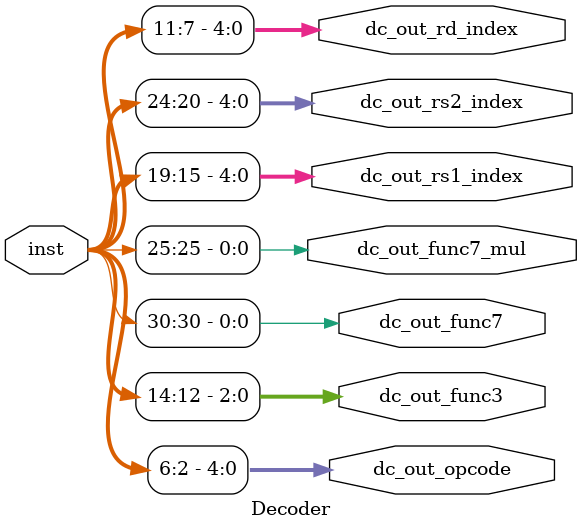
<source format=sv>
module Decoder (
input [31:0] inst,
output [4:0] dc_out_opcode,
output [2:0] dc_out_func3,
output dc_out_func7,
output dc_out_func7_mul,
output [4:0] dc_out_rs1_index,
output [4:0] dc_out_rs2_index,
output [4:0] dc_out_rd_index
);

assign dc_out_opcode=inst[6:2];
assign dc_out_func3=inst[14:12];
assign dc_out_func7=inst[30];
assign dc_out_rs1_index=inst[19:15];
assign dc_out_rs2_index=inst[24:20];
assign dc_out_rd_index=inst[11:7];
assign dc_out_func7_mul=inst[25];



endmodule
</source>
